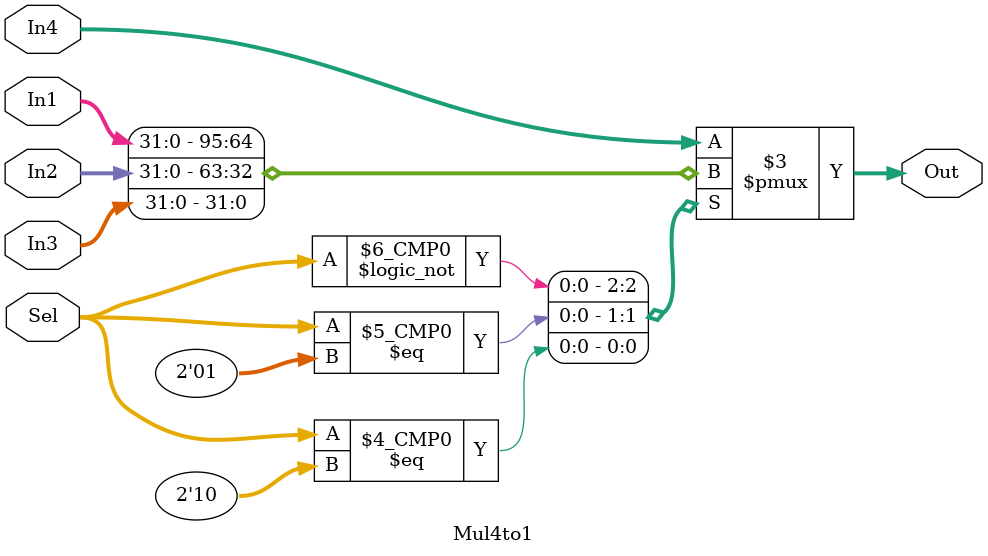
<source format=v>
module Mul4to1 (In1, In2, In3, In4, Sel, Out);

    input [31:0] In1, In2, In3, In4;
    input [1:0] Sel;
    output reg [31:0] Out;

    always @(In1, In2, In3, In4, Sel) begin
        case (Sel)
            0: Out <= In1;
            1: Out <= In2;
            2: Out <= In3;
            default: Out <= In4;
        endcase
    end

endmodule

</source>
